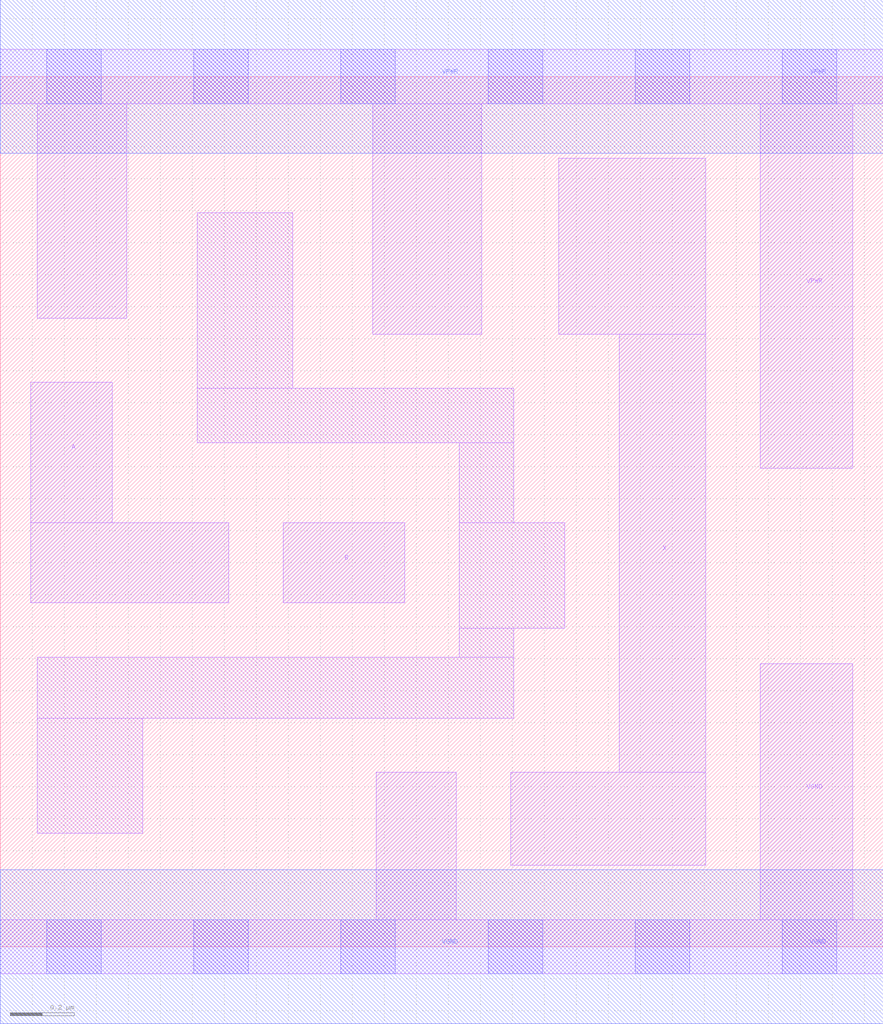
<source format=lef>
# Copyright 2020 The SkyWater PDK Authors
#
# Licensed under the Apache License, Version 2.0 (the "License");
# you may not use this file except in compliance with the License.
# You may obtain a copy of the License at
#
#     https://www.apache.org/licenses/LICENSE-2.0
#
# Unless required by applicable law or agreed to in writing, software
# distributed under the License is distributed on an "AS IS" BASIS,
# WITHOUT WARRANTIES OR CONDITIONS OF ANY KIND, either express or implied.
# See the License for the specific language governing permissions and
# limitations under the License.
#
# SPDX-License-Identifier: Apache-2.0

VERSION 5.7 ;
  NAMESCASESENSITIVE ON ;
  NOWIREEXTENSIONATPIN ON ;
  DIVIDERCHAR "/" ;
  BUSBITCHARS "[]" ;
UNITS
  DATABASE MICRONS 200 ;
END UNITS
PROPERTYDEFINITIONS
  MACRO maskLayoutSubType STRING ;
  MACRO prCellType STRING ;
  MACRO originalViewName STRING ;
END PROPERTYDEFINITIONS
MACRO sky130_fd_sc_hdll__and2_2
  CLASS CORE ;
  FOREIGN sky130_fd_sc_hdll__and2_2 ;
  ORIGIN  0.000000  0.000000 ;
  SIZE  2.760000 BY  2.720000 ;
  SYMMETRY X Y R90 ;
  SITE unithd ;
  PIN A
    ANTENNAGATEAREA  0.138600 ;
    DIRECTION INPUT ;
    USE SIGNAL ;
    PORT
      LAYER li1 ;
        RECT 0.095000 1.075000 0.715000 1.325000 ;
        RECT 0.095000 1.325000 0.350000 1.765000 ;
    END
  END A
  PIN B
    ANTENNAGATEAREA  0.138600 ;
    DIRECTION INPUT ;
    USE SIGNAL ;
    PORT
      LAYER li1 ;
        RECT 0.885000 1.075000 1.265000 1.325000 ;
    END
  END B
  PIN VGND
    ANTENNADIFFAREA  0.465600 ;
    DIRECTION INOUT ;
    USE SIGNAL ;
    PORT
      LAYER li1 ;
        RECT 0.000000 -0.085000 2.760000 0.085000 ;
        RECT 1.175000  0.085000 1.425000 0.545000 ;
        RECT 2.375000  0.085000 2.665000 0.885000 ;
      LAYER mcon ;
        RECT 0.145000 -0.085000 0.315000 0.085000 ;
        RECT 0.605000 -0.085000 0.775000 0.085000 ;
        RECT 1.065000 -0.085000 1.235000 0.085000 ;
        RECT 1.525000 -0.085000 1.695000 0.085000 ;
        RECT 1.985000 -0.085000 2.155000 0.085000 ;
        RECT 2.445000 -0.085000 2.615000 0.085000 ;
      LAYER met1 ;
        RECT 0.000000 -0.240000 2.760000 0.240000 ;
    END
  END VGND
  PIN VPWR
    ANTENNADIFFAREA  0.819100 ;
    DIRECTION INOUT ;
    USE SIGNAL ;
    PORT
      LAYER li1 ;
        RECT 0.000000 2.635000 2.760000 2.805000 ;
        RECT 0.115000 1.965000 0.395000 2.635000 ;
        RECT 1.165000 1.915000 1.505000 2.635000 ;
        RECT 2.375000 1.495000 2.665000 2.635000 ;
      LAYER mcon ;
        RECT 0.145000 2.635000 0.315000 2.805000 ;
        RECT 0.605000 2.635000 0.775000 2.805000 ;
        RECT 1.065000 2.635000 1.235000 2.805000 ;
        RECT 1.525000 2.635000 1.695000 2.805000 ;
        RECT 1.985000 2.635000 2.155000 2.805000 ;
        RECT 2.445000 2.635000 2.615000 2.805000 ;
      LAYER met1 ;
        RECT 0.000000 2.480000 2.760000 2.960000 ;
    END
  END VPWR
  PIN X
    ANTENNADIFFAREA  0.728500 ;
    DIRECTION OUTPUT ;
    USE SIGNAL ;
    PORT
      LAYER li1 ;
        RECT 1.595000 0.255000 2.205000 0.545000 ;
        RECT 1.745000 1.915000 2.205000 2.465000 ;
        RECT 1.935000 0.545000 2.205000 1.915000 ;
    END
  END X
  OBS
    LAYER li1 ;
      RECT 0.115000 0.355000 0.445000 0.715000 ;
      RECT 0.115000 0.715000 1.605000 0.905000 ;
      RECT 0.615000 1.575000 1.605000 1.745000 ;
      RECT 0.615000 1.745000 0.915000 2.295000 ;
      RECT 1.435000 0.905000 1.605000 0.995000 ;
      RECT 1.435000 0.995000 1.765000 1.325000 ;
      RECT 1.435000 1.325000 1.605000 1.575000 ;
  END
  PROPERTY maskLayoutSubType "abstract" ;
  PROPERTY prCellType "standard" ;
  PROPERTY originalViewName "layout" ;
END sky130_fd_sc_hdll__and2_2

</source>
